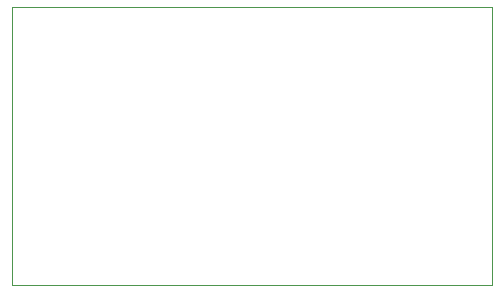
<source format=gbr>
G04 #@! TF.GenerationSoftware,KiCad,Pcbnew,5.1.2*
G04 #@! TF.CreationDate,2019-08-10T03:31:52+02:00*
G04 #@! TF.ProjectId,sclock,73636c6f-636b-42e6-9b69-6361645f7063,rev?*
G04 #@! TF.SameCoordinates,Original*
G04 #@! TF.FileFunction,Profile,NP*
%FSLAX46Y46*%
G04 Gerber Fmt 4.6, Leading zero omitted, Abs format (unit mm)*
G04 Created by KiCad (PCBNEW 5.1.2) date 2019-08-10 03:31:52*
%MOMM*%
%LPD*%
G04 APERTURE LIST*
%ADD10C,0.050000*%
G04 APERTURE END LIST*
D10*
X106045000Y-60960000D02*
X65405000Y-60960000D01*
X106045000Y-84455000D02*
X106045000Y-60960000D01*
X65405000Y-84455000D02*
X106045000Y-84455000D01*
X65405000Y-60960000D02*
X65405000Y-84455000D01*
M02*

</source>
